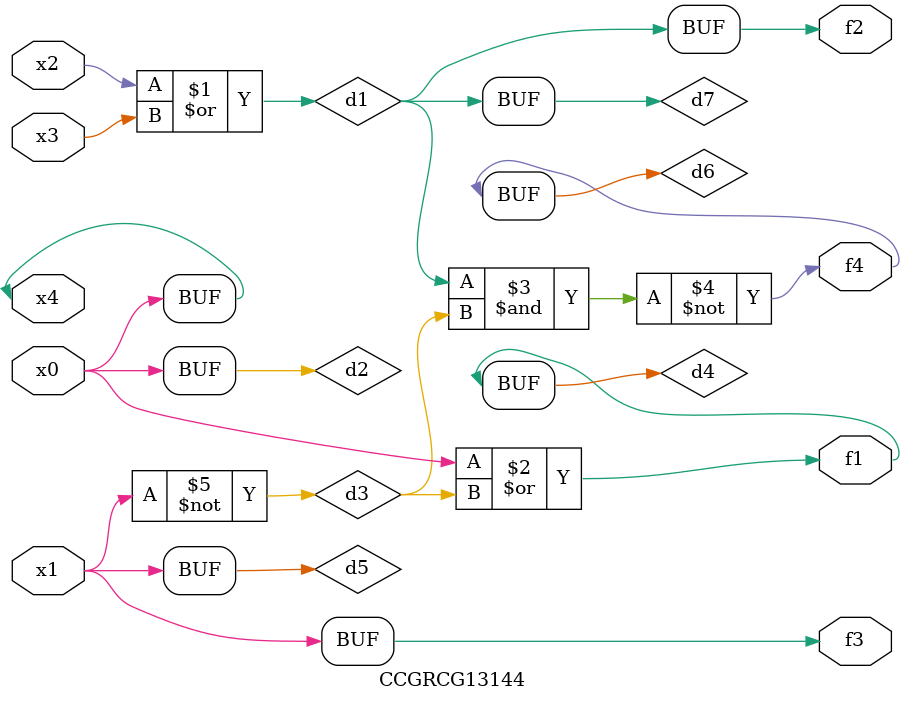
<source format=v>
module CCGRCG13144(
	input x0, x1, x2, x3, x4,
	output f1, f2, f3, f4
);

	wire d1, d2, d3, d4, d5, d6, d7;

	or (d1, x2, x3);
	buf (d2, x0, x4);
	not (d3, x1);
	or (d4, d2, d3);
	not (d5, d3);
	nand (d6, d1, d3);
	or (d7, d1);
	assign f1 = d4;
	assign f2 = d7;
	assign f3 = d5;
	assign f4 = d6;
endmodule

</source>
